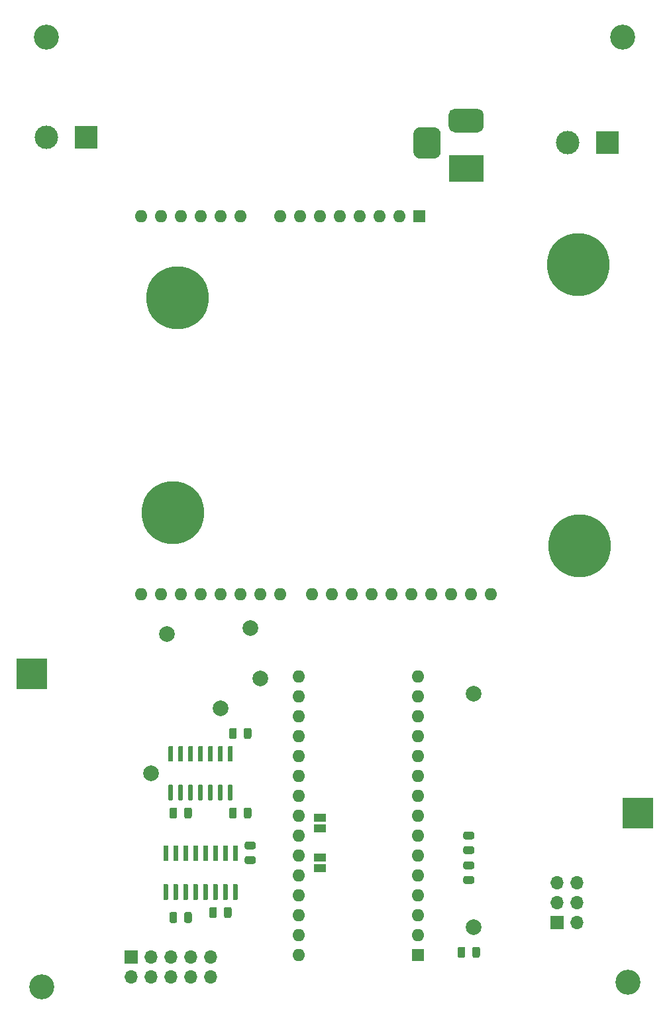
<source format=gbr>
G04 #@! TF.GenerationSoftware,KiCad,Pcbnew,(5.1.12)-1*
G04 #@! TF.CreationDate,2021-12-08T10:01:55+00:00*
G04 #@! TF.ProjectId,PIDController,50494443-6f6e-4747-926f-6c6c65722e6b,rev?*
G04 #@! TF.SameCoordinates,Original*
G04 #@! TF.FileFunction,Soldermask,Top*
G04 #@! TF.FilePolarity,Negative*
%FSLAX46Y46*%
G04 Gerber Fmt 4.6, Leading zero omitted, Abs format (unit mm)*
G04 Created by KiCad (PCBNEW (5.1.12)-1) date 2021-12-08 10:01:55*
%MOMM*%
%LPD*%
G01*
G04 APERTURE LIST*
%ADD10C,3.200000*%
%ADD11O,1.600000X1.600000*%
%ADD12R,1.600000X1.600000*%
%ADD13R,3.000000X3.000000*%
%ADD14C,3.000000*%
%ADD15R,1.700000X1.700000*%
%ADD16O,1.700000X1.700000*%
%ADD17R,1.500000X1.000000*%
%ADD18C,2.000000*%
%ADD19R,4.000000X4.000000*%
%ADD20C,8.000000*%
%ADD21R,4.500000X3.500000*%
G04 APERTURE END LIST*
D10*
X184150000Y-152400000D03*
X109220000Y-153035000D03*
X183515000Y-31750000D03*
X109855000Y-31750000D03*
G36*
G01*
X136346250Y-137315000D02*
X135433750Y-137315000D01*
G75*
G02*
X135190000Y-137071250I0J243750D01*
G01*
X135190000Y-136583750D01*
G75*
G02*
X135433750Y-136340000I243750J0D01*
G01*
X136346250Y-136340000D01*
G75*
G02*
X136590000Y-136583750I0J-243750D01*
G01*
X136590000Y-137071250D01*
G75*
G02*
X136346250Y-137315000I-243750J0D01*
G01*
G37*
G36*
G01*
X136346250Y-135440000D02*
X135433750Y-135440000D01*
G75*
G02*
X135190000Y-135196250I0J243750D01*
G01*
X135190000Y-134708750D01*
G75*
G02*
X135433750Y-134465000I243750J0D01*
G01*
X136346250Y-134465000D01*
G75*
G02*
X136590000Y-134708750I0J-243750D01*
G01*
X136590000Y-135196250D01*
G75*
G02*
X136346250Y-135440000I-243750J0D01*
G01*
G37*
D11*
X166620000Y-102870000D03*
X164080000Y-102870000D03*
D12*
X157480000Y-54610000D03*
D11*
X127000000Y-102870000D03*
X154940000Y-54610000D03*
X129540000Y-102870000D03*
X152400000Y-54610000D03*
X132080000Y-102870000D03*
X149860000Y-54610000D03*
X134620000Y-102870000D03*
X147320000Y-54610000D03*
X137160000Y-102870000D03*
X144780000Y-54610000D03*
X139700000Y-102870000D03*
X142240000Y-54610000D03*
X143760000Y-102870000D03*
X139700000Y-54610000D03*
X146300000Y-102870000D03*
X134620000Y-54610000D03*
X148840000Y-102870000D03*
X132080000Y-54610000D03*
X151380000Y-102870000D03*
X129540000Y-54610000D03*
X153920000Y-102870000D03*
X127000000Y-54610000D03*
X156460000Y-102870000D03*
X124460000Y-54610000D03*
X159000000Y-102870000D03*
X121920000Y-54610000D03*
X161540000Y-102870000D03*
X121920000Y-102870000D03*
X124460000Y-102870000D03*
G36*
G01*
X125353000Y-141890000D02*
X124837000Y-141890000D01*
G75*
G02*
X124795000Y-141848000I0J42000D01*
G01*
X124795000Y-139962000D01*
G75*
G02*
X124837000Y-139920000I42000J0D01*
G01*
X125353000Y-139920000D01*
G75*
G02*
X125395000Y-139962000I0J-42000D01*
G01*
X125395000Y-141848000D01*
G75*
G02*
X125353000Y-141890000I-42000J0D01*
G01*
G37*
G36*
G01*
X126623000Y-141890000D02*
X126107000Y-141890000D01*
G75*
G02*
X126065000Y-141848000I0J42000D01*
G01*
X126065000Y-139962000D01*
G75*
G02*
X126107000Y-139920000I42000J0D01*
G01*
X126623000Y-139920000D01*
G75*
G02*
X126665000Y-139962000I0J-42000D01*
G01*
X126665000Y-141848000D01*
G75*
G02*
X126623000Y-141890000I-42000J0D01*
G01*
G37*
G36*
G01*
X127893000Y-141890000D02*
X127377000Y-141890000D01*
G75*
G02*
X127335000Y-141848000I0J42000D01*
G01*
X127335000Y-139962000D01*
G75*
G02*
X127377000Y-139920000I42000J0D01*
G01*
X127893000Y-139920000D01*
G75*
G02*
X127935000Y-139962000I0J-42000D01*
G01*
X127935000Y-141848000D01*
G75*
G02*
X127893000Y-141890000I-42000J0D01*
G01*
G37*
G36*
G01*
X129163000Y-141890000D02*
X128647000Y-141890000D01*
G75*
G02*
X128605000Y-141848000I0J42000D01*
G01*
X128605000Y-139962000D01*
G75*
G02*
X128647000Y-139920000I42000J0D01*
G01*
X129163000Y-139920000D01*
G75*
G02*
X129205000Y-139962000I0J-42000D01*
G01*
X129205000Y-141848000D01*
G75*
G02*
X129163000Y-141890000I-42000J0D01*
G01*
G37*
G36*
G01*
X130433000Y-141890000D02*
X129917000Y-141890000D01*
G75*
G02*
X129875000Y-141848000I0J42000D01*
G01*
X129875000Y-139962000D01*
G75*
G02*
X129917000Y-139920000I42000J0D01*
G01*
X130433000Y-139920000D01*
G75*
G02*
X130475000Y-139962000I0J-42000D01*
G01*
X130475000Y-141848000D01*
G75*
G02*
X130433000Y-141890000I-42000J0D01*
G01*
G37*
G36*
G01*
X131703000Y-141890000D02*
X131187000Y-141890000D01*
G75*
G02*
X131145000Y-141848000I0J42000D01*
G01*
X131145000Y-139962000D01*
G75*
G02*
X131187000Y-139920000I42000J0D01*
G01*
X131703000Y-139920000D01*
G75*
G02*
X131745000Y-139962000I0J-42000D01*
G01*
X131745000Y-141848000D01*
G75*
G02*
X131703000Y-141890000I-42000J0D01*
G01*
G37*
G36*
G01*
X132973000Y-141890000D02*
X132457000Y-141890000D01*
G75*
G02*
X132415000Y-141848000I0J42000D01*
G01*
X132415000Y-139962000D01*
G75*
G02*
X132457000Y-139920000I42000J0D01*
G01*
X132973000Y-139920000D01*
G75*
G02*
X133015000Y-139962000I0J-42000D01*
G01*
X133015000Y-141848000D01*
G75*
G02*
X132973000Y-141890000I-42000J0D01*
G01*
G37*
G36*
G01*
X134243000Y-141890000D02*
X133727000Y-141890000D01*
G75*
G02*
X133685000Y-141848000I0J42000D01*
G01*
X133685000Y-139962000D01*
G75*
G02*
X133727000Y-139920000I42000J0D01*
G01*
X134243000Y-139920000D01*
G75*
G02*
X134285000Y-139962000I0J-42000D01*
G01*
X134285000Y-141848000D01*
G75*
G02*
X134243000Y-141890000I-42000J0D01*
G01*
G37*
G36*
G01*
X134243000Y-136940000D02*
X133727000Y-136940000D01*
G75*
G02*
X133685000Y-136898000I0J42000D01*
G01*
X133685000Y-135012000D01*
G75*
G02*
X133727000Y-134970000I42000J0D01*
G01*
X134243000Y-134970000D01*
G75*
G02*
X134285000Y-135012000I0J-42000D01*
G01*
X134285000Y-136898000D01*
G75*
G02*
X134243000Y-136940000I-42000J0D01*
G01*
G37*
G36*
G01*
X132973000Y-136940000D02*
X132457000Y-136940000D01*
G75*
G02*
X132415000Y-136898000I0J42000D01*
G01*
X132415000Y-135012000D01*
G75*
G02*
X132457000Y-134970000I42000J0D01*
G01*
X132973000Y-134970000D01*
G75*
G02*
X133015000Y-135012000I0J-42000D01*
G01*
X133015000Y-136898000D01*
G75*
G02*
X132973000Y-136940000I-42000J0D01*
G01*
G37*
G36*
G01*
X131703000Y-136940000D02*
X131187000Y-136940000D01*
G75*
G02*
X131145000Y-136898000I0J42000D01*
G01*
X131145000Y-135012000D01*
G75*
G02*
X131187000Y-134970000I42000J0D01*
G01*
X131703000Y-134970000D01*
G75*
G02*
X131745000Y-135012000I0J-42000D01*
G01*
X131745000Y-136898000D01*
G75*
G02*
X131703000Y-136940000I-42000J0D01*
G01*
G37*
G36*
G01*
X130433000Y-136940000D02*
X129917000Y-136940000D01*
G75*
G02*
X129875000Y-136898000I0J42000D01*
G01*
X129875000Y-135012000D01*
G75*
G02*
X129917000Y-134970000I42000J0D01*
G01*
X130433000Y-134970000D01*
G75*
G02*
X130475000Y-135012000I0J-42000D01*
G01*
X130475000Y-136898000D01*
G75*
G02*
X130433000Y-136940000I-42000J0D01*
G01*
G37*
G36*
G01*
X129163000Y-136940000D02*
X128647000Y-136940000D01*
G75*
G02*
X128605000Y-136898000I0J42000D01*
G01*
X128605000Y-135012000D01*
G75*
G02*
X128647000Y-134970000I42000J0D01*
G01*
X129163000Y-134970000D01*
G75*
G02*
X129205000Y-135012000I0J-42000D01*
G01*
X129205000Y-136898000D01*
G75*
G02*
X129163000Y-136940000I-42000J0D01*
G01*
G37*
G36*
G01*
X127893000Y-136940000D02*
X127377000Y-136940000D01*
G75*
G02*
X127335000Y-136898000I0J42000D01*
G01*
X127335000Y-135012000D01*
G75*
G02*
X127377000Y-134970000I42000J0D01*
G01*
X127893000Y-134970000D01*
G75*
G02*
X127935000Y-135012000I0J-42000D01*
G01*
X127935000Y-136898000D01*
G75*
G02*
X127893000Y-136940000I-42000J0D01*
G01*
G37*
G36*
G01*
X126623000Y-136940000D02*
X126107000Y-136940000D01*
G75*
G02*
X126065000Y-136898000I0J42000D01*
G01*
X126065000Y-135012000D01*
G75*
G02*
X126107000Y-134970000I42000J0D01*
G01*
X126623000Y-134970000D01*
G75*
G02*
X126665000Y-135012000I0J-42000D01*
G01*
X126665000Y-136898000D01*
G75*
G02*
X126623000Y-136940000I-42000J0D01*
G01*
G37*
G36*
G01*
X125353000Y-136940000D02*
X124837000Y-136940000D01*
G75*
G02*
X124795000Y-136898000I0J42000D01*
G01*
X124795000Y-135012000D01*
G75*
G02*
X124837000Y-134970000I42000J0D01*
G01*
X125353000Y-134970000D01*
G75*
G02*
X125395000Y-135012000I0J-42000D01*
G01*
X125395000Y-136898000D01*
G75*
G02*
X125353000Y-136940000I-42000J0D01*
G01*
G37*
D13*
X114960400Y-44551600D03*
D14*
X109880400Y-44551600D03*
X176453800Y-45212000D03*
D13*
X181533800Y-45212000D03*
G36*
G01*
X133140000Y-122270000D02*
X133560000Y-122270000D01*
G75*
G02*
X133650000Y-122360000I0J-90000D01*
G01*
X133650000Y-124150000D01*
G75*
G02*
X133560000Y-124240000I-90000J0D01*
G01*
X133140000Y-124240000D01*
G75*
G02*
X133050000Y-124150000I0J90000D01*
G01*
X133050000Y-122360000D01*
G75*
G02*
X133140000Y-122270000I90000J0D01*
G01*
G37*
G36*
G01*
X131870000Y-122270000D02*
X132290000Y-122270000D01*
G75*
G02*
X132380000Y-122360000I0J-90000D01*
G01*
X132380000Y-124150000D01*
G75*
G02*
X132290000Y-124240000I-90000J0D01*
G01*
X131870000Y-124240000D01*
G75*
G02*
X131780000Y-124150000I0J90000D01*
G01*
X131780000Y-122360000D01*
G75*
G02*
X131870000Y-122270000I90000J0D01*
G01*
G37*
G36*
G01*
X130600000Y-122270000D02*
X131020000Y-122270000D01*
G75*
G02*
X131110000Y-122360000I0J-90000D01*
G01*
X131110000Y-124150000D01*
G75*
G02*
X131020000Y-124240000I-90000J0D01*
G01*
X130600000Y-124240000D01*
G75*
G02*
X130510000Y-124150000I0J90000D01*
G01*
X130510000Y-122360000D01*
G75*
G02*
X130600000Y-122270000I90000J0D01*
G01*
G37*
G36*
G01*
X129330000Y-122270000D02*
X129750000Y-122270000D01*
G75*
G02*
X129840000Y-122360000I0J-90000D01*
G01*
X129840000Y-124150000D01*
G75*
G02*
X129750000Y-124240000I-90000J0D01*
G01*
X129330000Y-124240000D01*
G75*
G02*
X129240000Y-124150000I0J90000D01*
G01*
X129240000Y-122360000D01*
G75*
G02*
X129330000Y-122270000I90000J0D01*
G01*
G37*
G36*
G01*
X128060000Y-122270000D02*
X128480000Y-122270000D01*
G75*
G02*
X128570000Y-122360000I0J-90000D01*
G01*
X128570000Y-124150000D01*
G75*
G02*
X128480000Y-124240000I-90000J0D01*
G01*
X128060000Y-124240000D01*
G75*
G02*
X127970000Y-124150000I0J90000D01*
G01*
X127970000Y-122360000D01*
G75*
G02*
X128060000Y-122270000I90000J0D01*
G01*
G37*
G36*
G01*
X126790000Y-122270000D02*
X127210000Y-122270000D01*
G75*
G02*
X127300000Y-122360000I0J-90000D01*
G01*
X127300000Y-124150000D01*
G75*
G02*
X127210000Y-124240000I-90000J0D01*
G01*
X126790000Y-124240000D01*
G75*
G02*
X126700000Y-124150000I0J90000D01*
G01*
X126700000Y-122360000D01*
G75*
G02*
X126790000Y-122270000I90000J0D01*
G01*
G37*
G36*
G01*
X125520000Y-122270000D02*
X125940000Y-122270000D01*
G75*
G02*
X126030000Y-122360000I0J-90000D01*
G01*
X126030000Y-124150000D01*
G75*
G02*
X125940000Y-124240000I-90000J0D01*
G01*
X125520000Y-124240000D01*
G75*
G02*
X125430000Y-124150000I0J90000D01*
G01*
X125430000Y-122360000D01*
G75*
G02*
X125520000Y-122270000I90000J0D01*
G01*
G37*
G36*
G01*
X125520000Y-127220000D02*
X125940000Y-127220000D01*
G75*
G02*
X126030000Y-127310000I0J-90000D01*
G01*
X126030000Y-129100000D01*
G75*
G02*
X125940000Y-129190000I-90000J0D01*
G01*
X125520000Y-129190000D01*
G75*
G02*
X125430000Y-129100000I0J90000D01*
G01*
X125430000Y-127310000D01*
G75*
G02*
X125520000Y-127220000I90000J0D01*
G01*
G37*
G36*
G01*
X126790000Y-127220000D02*
X127210000Y-127220000D01*
G75*
G02*
X127300000Y-127310000I0J-90000D01*
G01*
X127300000Y-129100000D01*
G75*
G02*
X127210000Y-129190000I-90000J0D01*
G01*
X126790000Y-129190000D01*
G75*
G02*
X126700000Y-129100000I0J90000D01*
G01*
X126700000Y-127310000D01*
G75*
G02*
X126790000Y-127220000I90000J0D01*
G01*
G37*
G36*
G01*
X128060000Y-127220000D02*
X128480000Y-127220000D01*
G75*
G02*
X128570000Y-127310000I0J-90000D01*
G01*
X128570000Y-129100000D01*
G75*
G02*
X128480000Y-129190000I-90000J0D01*
G01*
X128060000Y-129190000D01*
G75*
G02*
X127970000Y-129100000I0J90000D01*
G01*
X127970000Y-127310000D01*
G75*
G02*
X128060000Y-127220000I90000J0D01*
G01*
G37*
G36*
G01*
X129330000Y-127220000D02*
X129750000Y-127220000D01*
G75*
G02*
X129840000Y-127310000I0J-90000D01*
G01*
X129840000Y-129100000D01*
G75*
G02*
X129750000Y-129190000I-90000J0D01*
G01*
X129330000Y-129190000D01*
G75*
G02*
X129240000Y-129100000I0J90000D01*
G01*
X129240000Y-127310000D01*
G75*
G02*
X129330000Y-127220000I90000J0D01*
G01*
G37*
G36*
G01*
X130600000Y-127220000D02*
X131020000Y-127220000D01*
G75*
G02*
X131110000Y-127310000I0J-90000D01*
G01*
X131110000Y-129100000D01*
G75*
G02*
X131020000Y-129190000I-90000J0D01*
G01*
X130600000Y-129190000D01*
G75*
G02*
X130510000Y-129100000I0J90000D01*
G01*
X130510000Y-127310000D01*
G75*
G02*
X130600000Y-127220000I90000J0D01*
G01*
G37*
G36*
G01*
X131870000Y-127220000D02*
X132290000Y-127220000D01*
G75*
G02*
X132380000Y-127310000I0J-90000D01*
G01*
X132380000Y-129100000D01*
G75*
G02*
X132290000Y-129190000I-90000J0D01*
G01*
X131870000Y-129190000D01*
G75*
G02*
X131780000Y-129100000I0J90000D01*
G01*
X131780000Y-127310000D01*
G75*
G02*
X131870000Y-127220000I90000J0D01*
G01*
G37*
G36*
G01*
X133140000Y-127220000D02*
X133560000Y-127220000D01*
G75*
G02*
X133650000Y-127310000I0J-90000D01*
G01*
X133650000Y-129100000D01*
G75*
G02*
X133560000Y-129190000I-90000J0D01*
G01*
X133140000Y-129190000D01*
G75*
G02*
X133050000Y-129100000I0J90000D01*
G01*
X133050000Y-127310000D01*
G75*
G02*
X133140000Y-127220000I90000J0D01*
G01*
G37*
D15*
X120650000Y-149225000D03*
D16*
X120650000Y-151765000D03*
X123190000Y-149225000D03*
X123190000Y-151765000D03*
X125730000Y-149225000D03*
X125730000Y-151765000D03*
X128270000Y-149225000D03*
X128270000Y-151765000D03*
X130810000Y-149225000D03*
X130810000Y-151765000D03*
D17*
X144780000Y-131430000D03*
X144780000Y-132730000D03*
X144780000Y-137810000D03*
X144780000Y-136510000D03*
D18*
X132080000Y-117475000D03*
X123190000Y-125730000D03*
X137160000Y-113665000D03*
X125222000Y-107950000D03*
X135890000Y-107188000D03*
D19*
X107950000Y-113030000D03*
X185420000Y-130810000D03*
D18*
X164465000Y-115570000D03*
X164465000Y-145415000D03*
G36*
G01*
X134170000Y-120193750D02*
X134170000Y-121106250D01*
G75*
G02*
X133926250Y-121350000I-243750J0D01*
G01*
X133438750Y-121350000D01*
G75*
G02*
X133195000Y-121106250I0J243750D01*
G01*
X133195000Y-120193750D01*
G75*
G02*
X133438750Y-119950000I243750J0D01*
G01*
X133926250Y-119950000D01*
G75*
G02*
X134170000Y-120193750I0J-243750D01*
G01*
G37*
G36*
G01*
X136045000Y-120193750D02*
X136045000Y-121106250D01*
G75*
G02*
X135801250Y-121350000I-243750J0D01*
G01*
X135313750Y-121350000D01*
G75*
G02*
X135070000Y-121106250I0J243750D01*
G01*
X135070000Y-120193750D01*
G75*
G02*
X135313750Y-119950000I243750J0D01*
G01*
X135801250Y-119950000D01*
G75*
G02*
X136045000Y-120193750I0J-243750D01*
G01*
G37*
G36*
G01*
X136045000Y-130353750D02*
X136045000Y-131266250D01*
G75*
G02*
X135801250Y-131510000I-243750J0D01*
G01*
X135313750Y-131510000D01*
G75*
G02*
X135070000Y-131266250I0J243750D01*
G01*
X135070000Y-130353750D01*
G75*
G02*
X135313750Y-130110000I243750J0D01*
G01*
X135801250Y-130110000D01*
G75*
G02*
X136045000Y-130353750I0J-243750D01*
G01*
G37*
G36*
G01*
X134170000Y-130353750D02*
X134170000Y-131266250D01*
G75*
G02*
X133926250Y-131510000I-243750J0D01*
G01*
X133438750Y-131510000D01*
G75*
G02*
X133195000Y-131266250I0J243750D01*
G01*
X133195000Y-130353750D01*
G75*
G02*
X133438750Y-130110000I243750J0D01*
G01*
X133926250Y-130110000D01*
G75*
G02*
X134170000Y-130353750I0J-243750D01*
G01*
G37*
G36*
G01*
X125575000Y-131266250D02*
X125575000Y-130353750D01*
G75*
G02*
X125818750Y-130110000I243750J0D01*
G01*
X126306250Y-130110000D01*
G75*
G02*
X126550000Y-130353750I0J-243750D01*
G01*
X126550000Y-131266250D01*
G75*
G02*
X126306250Y-131510000I-243750J0D01*
G01*
X125818750Y-131510000D01*
G75*
G02*
X125575000Y-131266250I0J243750D01*
G01*
G37*
G36*
G01*
X127450000Y-131266250D02*
X127450000Y-130353750D01*
G75*
G02*
X127693750Y-130110000I243750J0D01*
G01*
X128181250Y-130110000D01*
G75*
G02*
X128425000Y-130353750I0J-243750D01*
G01*
X128425000Y-131266250D01*
G75*
G02*
X128181250Y-131510000I-243750J0D01*
G01*
X127693750Y-131510000D01*
G75*
G02*
X127450000Y-131266250I0J243750D01*
G01*
G37*
G36*
G01*
X128425000Y-143688750D02*
X128425000Y-144601250D01*
G75*
G02*
X128181250Y-144845000I-243750J0D01*
G01*
X127693750Y-144845000D01*
G75*
G02*
X127450000Y-144601250I0J243750D01*
G01*
X127450000Y-143688750D01*
G75*
G02*
X127693750Y-143445000I243750J0D01*
G01*
X128181250Y-143445000D01*
G75*
G02*
X128425000Y-143688750I0J-243750D01*
G01*
G37*
G36*
G01*
X126550000Y-143688750D02*
X126550000Y-144601250D01*
G75*
G02*
X126306250Y-144845000I-243750J0D01*
G01*
X125818750Y-144845000D01*
G75*
G02*
X125575000Y-144601250I0J243750D01*
G01*
X125575000Y-143688750D01*
G75*
G02*
X125818750Y-143445000I243750J0D01*
G01*
X126306250Y-143445000D01*
G75*
G02*
X126550000Y-143688750I0J-243750D01*
G01*
G37*
G36*
G01*
X132530000Y-143966250D02*
X132530000Y-143053750D01*
G75*
G02*
X132773750Y-142810000I243750J0D01*
G01*
X133261250Y-142810000D01*
G75*
G02*
X133505000Y-143053750I0J-243750D01*
G01*
X133505000Y-143966250D01*
G75*
G02*
X133261250Y-144210000I-243750J0D01*
G01*
X132773750Y-144210000D01*
G75*
G02*
X132530000Y-143966250I0J243750D01*
G01*
G37*
G36*
G01*
X130655000Y-143966250D02*
X130655000Y-143053750D01*
G75*
G02*
X130898750Y-142810000I243750J0D01*
G01*
X131386250Y-142810000D01*
G75*
G02*
X131630000Y-143053750I0J-243750D01*
G01*
X131630000Y-143966250D01*
G75*
G02*
X131386250Y-144210000I-243750J0D01*
G01*
X130898750Y-144210000D01*
G75*
G02*
X130655000Y-143966250I0J243750D01*
G01*
G37*
G36*
G01*
X163380000Y-148133750D02*
X163380000Y-149046250D01*
G75*
G02*
X163136250Y-149290000I-243750J0D01*
G01*
X162648750Y-149290000D01*
G75*
G02*
X162405000Y-149046250I0J243750D01*
G01*
X162405000Y-148133750D01*
G75*
G02*
X162648750Y-147890000I243750J0D01*
G01*
X163136250Y-147890000D01*
G75*
G02*
X163380000Y-148133750I0J-243750D01*
G01*
G37*
G36*
G01*
X165255000Y-148133750D02*
X165255000Y-149046250D01*
G75*
G02*
X165011250Y-149290000I-243750J0D01*
G01*
X164523750Y-149290000D01*
G75*
G02*
X164280000Y-149046250I0J243750D01*
G01*
X164280000Y-148133750D01*
G75*
G02*
X164523750Y-147890000I243750J0D01*
G01*
X165011250Y-147890000D01*
G75*
G02*
X165255000Y-148133750I0J-243750D01*
G01*
G37*
G36*
G01*
X164286250Y-139855000D02*
X163373750Y-139855000D01*
G75*
G02*
X163130000Y-139611250I0J243750D01*
G01*
X163130000Y-139123750D01*
G75*
G02*
X163373750Y-138880000I243750J0D01*
G01*
X164286250Y-138880000D01*
G75*
G02*
X164530000Y-139123750I0J-243750D01*
G01*
X164530000Y-139611250D01*
G75*
G02*
X164286250Y-139855000I-243750J0D01*
G01*
G37*
G36*
G01*
X164286250Y-137980000D02*
X163373750Y-137980000D01*
G75*
G02*
X163130000Y-137736250I0J243750D01*
G01*
X163130000Y-137248750D01*
G75*
G02*
X163373750Y-137005000I243750J0D01*
G01*
X164286250Y-137005000D01*
G75*
G02*
X164530000Y-137248750I0J-243750D01*
G01*
X164530000Y-137736250D01*
G75*
G02*
X164286250Y-137980000I-243750J0D01*
G01*
G37*
G36*
G01*
X164286250Y-134170000D02*
X163373750Y-134170000D01*
G75*
G02*
X163130000Y-133926250I0J243750D01*
G01*
X163130000Y-133438750D01*
G75*
G02*
X163373750Y-133195000I243750J0D01*
G01*
X164286250Y-133195000D01*
G75*
G02*
X164530000Y-133438750I0J-243750D01*
G01*
X164530000Y-133926250D01*
G75*
G02*
X164286250Y-134170000I-243750J0D01*
G01*
G37*
G36*
G01*
X164286250Y-136045000D02*
X163373750Y-136045000D01*
G75*
G02*
X163130000Y-135801250I0J243750D01*
G01*
X163130000Y-135313750D01*
G75*
G02*
X163373750Y-135070000I243750J0D01*
G01*
X164286250Y-135070000D01*
G75*
G02*
X164530000Y-135313750I0J-243750D01*
G01*
X164530000Y-135801250D01*
G75*
G02*
X164286250Y-136045000I-243750J0D01*
G01*
G37*
D12*
X157302200Y-148971000D03*
D11*
X142062200Y-115951000D03*
X157302200Y-146431000D03*
X142062200Y-118491000D03*
X157302200Y-143891000D03*
X142062200Y-121031000D03*
X157302200Y-141351000D03*
X142062200Y-123571000D03*
X157302200Y-138811000D03*
X142062200Y-126111000D03*
X157302200Y-136271000D03*
X142062200Y-128651000D03*
X157302200Y-133731000D03*
X142062200Y-131191000D03*
X157302200Y-131191000D03*
X142062200Y-133731000D03*
X157302200Y-128651000D03*
X142062200Y-136271000D03*
X157302200Y-126111000D03*
X142062200Y-138811000D03*
X157302200Y-123571000D03*
X142062200Y-141351000D03*
X157302200Y-121031000D03*
X142062200Y-143891000D03*
X157302200Y-118491000D03*
X142062200Y-146431000D03*
X157302200Y-115951000D03*
X142062200Y-148971000D03*
X157302200Y-113411000D03*
X142062200Y-113411000D03*
D20*
X177800000Y-60833000D03*
X178003200Y-96697800D03*
X126568200Y-65024000D03*
X126034800Y-92430600D03*
D15*
X175133000Y-144754600D03*
D16*
X177673000Y-144754600D03*
X175133000Y-142214600D03*
X177673000Y-142214600D03*
X175133000Y-139674600D03*
X177673000Y-139674600D03*
D21*
X163499800Y-48564800D03*
G36*
G01*
X161999800Y-40914800D02*
X164999800Y-40914800D01*
G75*
G02*
X165749800Y-41664800I0J-750000D01*
G01*
X165749800Y-43164800D01*
G75*
G02*
X164999800Y-43914800I-750000J0D01*
G01*
X161999800Y-43914800D01*
G75*
G02*
X161249800Y-43164800I0J750000D01*
G01*
X161249800Y-41664800D01*
G75*
G02*
X161999800Y-40914800I750000J0D01*
G01*
G37*
G36*
G01*
X157624800Y-43264800D02*
X159374800Y-43264800D01*
G75*
G02*
X160249800Y-44139800I0J-875000D01*
G01*
X160249800Y-46389800D01*
G75*
G02*
X159374800Y-47264800I-875000J0D01*
G01*
X157624800Y-47264800D01*
G75*
G02*
X156749800Y-46389800I0J875000D01*
G01*
X156749800Y-44139800D01*
G75*
G02*
X157624800Y-43264800I875000J0D01*
G01*
G37*
M02*

</source>
